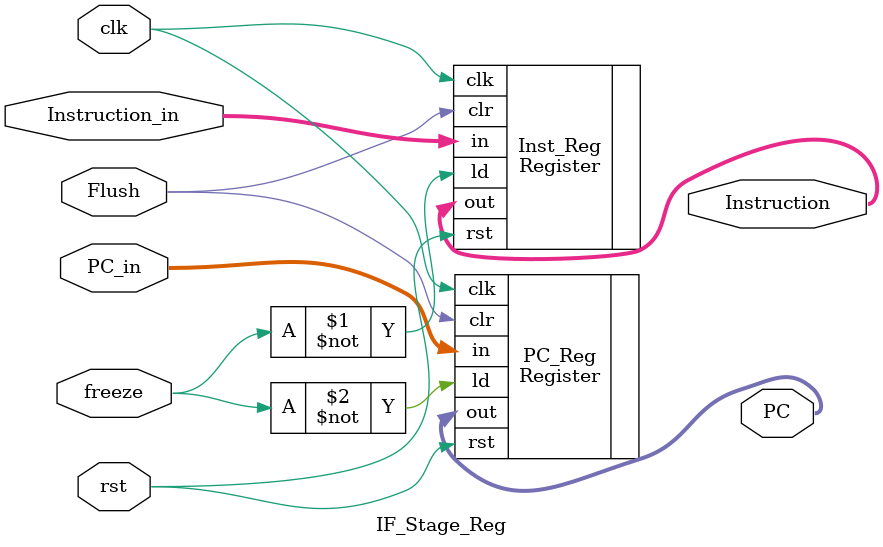
<source format=v>
module IF_Stage_Reg(
    input clk, rst, freeze, Flush,
    input [31:0] PC_in, Instruction_in,
    output [31:0] PC, Instruction
);
    Register #(32) Inst_Reg(
        .clk(clk), .rst(rst),
        .in(Instruction_in), .ld(~freeze), .clr(Flush),
        .out(Instruction)
    );
    
    Register #(32) PC_Reg(
        .clk(clk), .rst(rst),
        .in(PC_in), .ld(~freeze), .clr(Flush),
        .out(PC)
    );

endmodule

</source>
